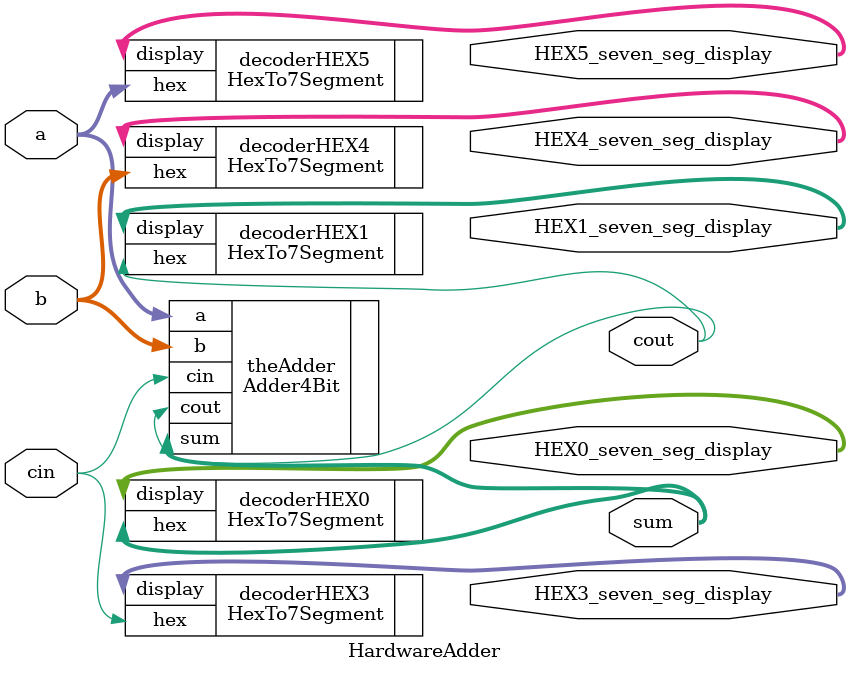
<source format=v>
/*
 * 4-Bit Full Adder to 7-segment Hex display
 * ----------------
 *
 * The module displays the output from a simple 4-bit Full Adder to 7-segment displays.
 *
 */

module HardwareAdder #(

	parameter INVERT_OUTPUT = 1

)(
    // Declare input and output ports
    input        cin,
    input  [3:0] a,
    input  [3:0] b,
    output [3:0] sum,
    output       cout,
	 
	 output [6:0] HEX0_seven_seg_display,
	 output [6:0] HEX1_seven_seg_display,
	 
	 output [6:0] HEX3_seven_seg_display,
	 output [6:0] HEX4_seven_seg_display,
	 output [6:0] HEX5_seven_seg_display
	 
);

// wires to instantiated sub-modules 


// Instantiate module

Adder4Bit theAdder (
   .cin (cin ),
   .a   (a   ),
   .b   (b   ),
   .sum (sum ),
   .cout(cout)
);

 HexTo7Segment  #(
		// Declare Parameters
		.INVERT_OUTPUT ( INVERT_OUTPUT )
		
) decoderHEX5 (
		// Declare input and output ports
		.hex        ( a ),
		.display    ( HEX5_seven_seg_display )
);

HexTo7Segment  #(
		// Declare Parameters
		.INVERT_OUTPUT ( INVERT_OUTPUT )
		
) decoderHEX4 (
		// Declare input and output ports
		.hex        ( b ),
		.display    ( HEX4_seven_seg_display )
);

HexTo7Segment #(
		// Declare Parameters
		.INVERT_OUTPUT ( INVERT_OUTPUT )
		
) decoderHEX3  (
		// Declare input and output ports
		.hex        ( cin ),
		.display    ( HEX3_seven_seg_display )
);

HexTo7Segment  #(
		// Declare Parameters
		.INVERT_OUTPUT ( INVERT_OUTPUT )
		
) decoderHEX0 (
		// Declare input and output ports
		.hex        ( sum ),
		.display    ( HEX0_seven_seg_display )
);

HexTo7Segment  #(
		// Declare Parameters
		.INVERT_OUTPUT ( INVERT_OUTPUT )
		
) decoderHEX1 (
		// Declare input and output ports
		.hex        ( cout ),
		.display    ( HEX1_seven_seg_display )
);


endmodule


</source>
